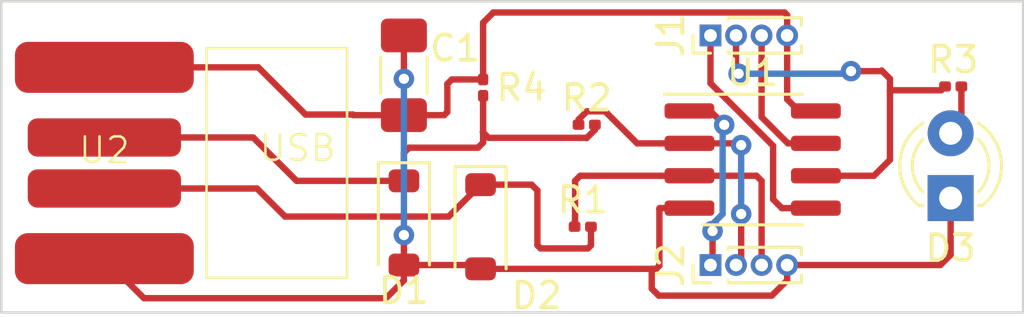
<source format=kicad_pcb>
(kicad_pcb (version 20221018) (generator pcbnew)
  (layers (0 "F.Cu" signal) (31 "B.Cu" signal) (34 "B.Paste" user) (35 "F.Paste" user) (36 "B.SilkS" user "B.Silkscreen") (37 "F.SilkS" user "F.Silkscreen") (38 "B.Mask" user) (39 "F.Mask" user) (44 "Edge.Cuts" user))
  (net 0 "")
  (net 1 "+5V")
  (net 2 "GND")
  (net 3 "Net-(D1-K)")
  (net 4 "Net-(D2-K)")
  (net 5 "Net-(D3-A)")
  (net 6 "Net-(J1-Pin_1)")
  (net 7 "Net-(J1-Pin_2)")
  (net 8 "Net-(J1-Pin_3)")
  (net 9 "Net-(J2-Pin_1)")
  (net 10 "Net-(J2-Pin_2)")
  (net 11 "Net-(J2-Pin_3)")
  (footprint "LED_THT:LED_D3.0mm" (layer "F.Cu") (at 159.4 81.375 90)
    (fp_text reference "D3" (at -1.96 0 180) (layer "F.SilkS"))
    (fp_text value "LED" hide)
    (fp_line (start -0.29 -1.236) (end -0.29 -1.08) (stroke (width 0.12)) (layer "F.SilkS"))
    (fp_line (start -0.29 1.08) (end -0.29 1.236) (stroke (width 0.12)) (layer "F.SilkS"))
    (fp_arc (start -0.29 -1.235516) (mid 1.366487 -1.987659) (end 2.942335 -1.078608) (stroke (width 0.12)) (layer "F.SilkS"))
    (fp_arc (start 0.229039 -1.08) (mid 1.270117 -1.5) (end 2.31113 -1.079837) (stroke (width 0.12)) (layer "F.SilkS"))
    (fp_arc (start 2.31113 1.079837) (mid 1.270117 1.5) (end 0.229039 1.08) (stroke (width 0.12)) (layer "F.SilkS"))
    (fp_arc (start 2.942335 1.078608) (mid 1.366487 1.987659) (end -0.29 1.235516) (stroke (width 0.12)) (layer "F.SilkS"))
    (pad "1" thru_hole rect (at 0 0 90) (size 1.8 1.8) (drill 0.9) (layers "*.Cu" "*.Mask") (net 2 "GND"))
    (pad "2" thru_hole circle (at 2.54 0 90) (size 1.8 1.8) (drill 0.9) (layers "*.Cu" "*.Mask") (net 5 "Net-(D3-A)"))
  )
  (footprint "Resistor_SMD:R_0201_0603Metric" (layer "F.Cu") (at 141.1 77.045 -90)
    (fp_text reference "R4" (at 0 -1.5) (layer "F.SilkS"))
    (fp_text value "1k5" hide)
    (pad "1" smd roundrect (at -0.32 0 270) (size 0.46 0.4) (layers "F.Cu" "F.Mask") (net 1 "+5V"))
    (pad "2" smd roundrect (at 0.32 0 270) (size 0.46 0.4) (layers "F.Cu" "F.Mask") (net 3 "Net-(D1-K)"))
  )
  (footprint "Package_SO:SOIC-8_3.9x4.9mm_P1.27mm" (layer "F.Cu") (at 151.65 79.865)
    (fp_text reference "U1" (at 0 -3.4) (layer "F.SilkS"))
    (fp_text value "ATtiny85-20S" hide)
    (fp_line (start 0 -2.56) (end -3.45 -2.56) (stroke (width 0.12)) (layer "F.SilkS"))
    (fp_line (start 0 -2.56) (end 1.95 -2.56) (stroke (width 0.12)) (layer "F.SilkS"))
    (fp_line (start 0 2.56) (end -1.95 2.56) (stroke (width 0.12)) (layer "F.SilkS"))
    (fp_line (start 0 2.56) (end 1.95 2.56) (stroke (width 0.12)) (layer "F.SilkS"))
    (pad "1" smd roundrect (at -2.475 -1.905) (size 1.95 0.6) (layers "F.Cu" "F.Paste" "F.Mask") (net 9 "Net-(J2-Pin_1)"))
    (pad "2" smd roundrect (at -2.475 -0.635) (size 1.95 0.6) (layers "F.Cu" "F.Paste" "F.Mask") (net 10 "Net-(J2-Pin_2)"))
    (pad "3" smd roundrect (at -2.475 0.635) (size 1.95 0.6) (layers "F.Cu" "F.Paste" "F.Mask") (net 11 "Net-(J2-Pin_3)"))
    (pad "4" smd roundrect (at -2.475 1.905) (size 1.95 0.6) (layers "F.Cu" "F.Paste" "F.Mask") (net 2 "GND"))
    (pad "5" smd roundrect (at 2.475 1.905) (size 1.95 0.6) (layers "F.Cu" "F.Paste" "F.Mask") (net 6 "Net-(J1-Pin_1)"))
    (pad "6" smd roundrect (at 2.475 0.635) (size 1.95 0.6) (layers "F.Cu" "F.Paste" "F.Mask") (net 7 "Net-(J1-Pin_2)"))
    (pad "7" smd roundrect (at 2.475 -0.635) (size 1.95 0.6) (layers "F.Cu" "F.Paste" "F.Mask") (net 8 "Net-(J1-Pin_3)"))
    (pad "8" smd roundrect (at 2.475 -1.905) (size 1.95 0.6) (layers "F.Cu" "F.Paste" "F.Mask") (net 1 "+5V"))
  )
  (footprint "Resistor_SMD:R_0201_0603Metric" (layer "F.Cu") (at 159.5 77)
    (fp_text reference "R3" (at 0 -1.05) (layer "F.SilkS"))
    (fp_text value "330R" hide)
    (pad "1" smd roundrect (at -0.32 0) (size 0.46 0.4) (layers "F.Cu" "F.Mask") (net 7 "Net-(J1-Pin_2)"))
    (pad "2" smd roundrect (at 0.32 0) (size 0.46 0.4) (layers "F.Cu" "F.Mask") (net 5 "Net-(D3-A)"))
  )
  (footprint "Connector_PinHeader_1.00mm:PinHeader_1x04_P1.00mm_Vertical" (layer "F.Cu") (at 150 75 90)
    (fp_text reference "J1" (at 0 -1.56 90) (layer "F.SilkS"))
    (fp_text value "Conn_01x04" hide)
    (fp_line (start -0.695 -0.685) (end 0 -0.685) (stroke (width 0.12)) (layer "F.SilkS"))
    (fp_line (start -0.695 0) (end -0.695 -0.685) (stroke (width 0.12)) (layer "F.SilkS"))
    (fp_line (start -0.695 0.685) (end -0.695 3.56) (stroke (width 0.12)) (layer "F.SilkS"))
    (fp_line (start -0.695 0.685) (end -0.608276 0.685) (stroke (width 0.12)) (layer "F.SilkS"))
    (fp_line (start -0.695 3.56) (end -0.394493 3.56) (stroke (width 0.12)) (layer "F.SilkS"))
    (fp_line (start 0.394493 3.56) (end 0.695 3.56) (stroke (width 0.12)) (layer "F.SilkS"))
    (fp_line (start 0.608276 0.685) (end 0.695 0.685) (stroke (width 0.12)) (layer "F.SilkS"))
    (fp_line (start 0.695 0.685) (end 0.695 3.56) (stroke (width 0.12)) (layer "F.SilkS"))
    (pad "1" thru_hole rect (at 0 0 90) (size 0.85 0.85) (drill 0.5) (layers "*.Cu" "*.Mask") (net 6 "Net-(J1-Pin_1)"))
    (pad "2" thru_hole oval (at 0 1 90) (size 0.85 0.85) (drill 0.5) (layers "*.Cu" "*.Mask") (net 7 "Net-(J1-Pin_2)"))
    (pad "3" thru_hole oval (at 0 2 90) (size 0.85 0.85) (drill 0.5) (layers "*.Cu" "*.Mask") (net 8 "Net-(J1-Pin_3)"))
    (pad "4" thru_hole oval (at 0 3 90) (size 0.85 0.85) (drill 0.5) (layers "*.Cu" "*.Mask") (net 1 "+5V"))
  )
  (footprint "Capacitor_SMD:C_1206_3216Metric_Pad1.33x1.80mm_HandSolder" (layer "F.Cu") (at 138 76.5625 90)
    (fp_text reference "C1" (at 1.0625 2 180) (layer "F.SilkS"))
    (fp_text value "100n" hide)
    (fp_line (start -0.711252 -0.91) (end 0.711252 -0.91) (stroke (width 0.12)) (layer "F.SilkS"))
    (fp_line (start -0.711252 0.91) (end 0.711252 0.91) (stroke (width 0.12)) (layer "F.SilkS"))
    (pad "1" smd roundrect (at -1.5625 0 90) (size 1.325 1.8) (layers "F.Cu" "F.Paste" "F.Mask") (roundrect_rratio 0.188679) (net 1 "+5V"))
    (pad "2" smd roundrect (at 1.5625 0 90) (size 1.325 1.8) (layers "F.Cu" "F.Paste" "F.Mask") (roundrect_rratio 0.188679) (net 2 "GND"))
  )
  (footprint "Resistor_SMD:R_0201_0603Metric" (layer "F.Cu") (at 145 82.5)
    (fp_text reference "R1" (at 0 -1.05) (layer "F.SilkS"))
    (fp_text value "68R" hide)
    (pad "1" smd roundrect (at -0.32 0) (size 0.46 0.4) (layers "F.Cu" "F.Mask") (net 11 "Net-(J2-Pin_3)"))
    (pad "2" smd roundrect (at 0.32 0) (size 0.46 0.4) (layers "F.Cu" "F.Mask") (net 4 "Net-(D2-K)"))
  )
  (footprint "Diode_SMD:D_SOD-123" (layer "F.Cu") (at 138 82.35 -90)
    (fp_text reference "D1" (at 2.65 0 -180) (layer "F.SilkS"))
    (fp_text value "3V6" hide)
    (fp_line (start -2.36 -1) (end -2.36 1) (stroke (width 0.12)) (layer "F.SilkS"))
    (fp_line (start -2.36 -1) (end 1.65 -1) (stroke (width 0.12)) (layer "F.SilkS"))
    (fp_line (start -2.36 1) (end 1.65 1) (stroke (width 0.12)) (layer "F.SilkS"))
    (pad "1" smd roundrect (at -1.65 0 270) (size 0.9 1.2) (layers "F.Cu" "F.Paste" "F.Mask") (net 3 "Net-(D1-K)"))
    (pad "2" smd roundrect (at 1.65 0 270) (size 0.9 1.2) (layers "F.Cu" "F.Paste" "F.Mask") (net 2 "GND"))
  )
  (footprint "Resistor_SMD:R_0201_0603Metric" (layer "F.Cu") (at 145.155 78.5)
    (fp_text reference "R2" (at 0 -1.05) (layer "F.SilkS"))
    (fp_text value "68R" hide)
    (pad "1" smd roundrect (at -0.32 0) (size 0.46 0.4) (layers "F.Cu" "F.Mask") (net 10 "Net-(J2-Pin_2)"))
    (pad "2" smd roundrect (at 0.32 0) (size 0.46 0.4) (layers "F.Cu" "F.Mask") (net 3 "Net-(D1-K)"))
  )
  (footprint "1_My_custom_Library:USB_connector" (layer "F.Cu") (at 126.275 80)
    (fp_text reference "U2" (at 0 -0.5 unlocked) (layer "F.SilkS") (effects (font (thickness 0.1))))
    (fp_text value "~" hide)
    (fp_text user "USB" (at 6 0 unlocked) (layer "F.SilkS") (effects (font (thickness 0.1)) (justify left bottom)))
    (fp_rect (start 4 -4.5) (end 9.5 4.5) (stroke (width 0.1)) (fill none) (layer "F.SilkS"))
    (pad "1" smd roundrect (at 0 -3.75) (size 7 2) (layers "F.Cu" "F.Paste" "F.Mask") (net 1 "+5V"))
    (pad "2" smd roundrect (at 0 -1) (size 6 1.5) (layers "F.Cu" "F.Paste" "F.Mask") (net 3 "Net-(D1-K)"))
    (pad "3" smd roundrect (at 0 1) (size 6 1.5) (layers "F.Cu" "F.Paste" "F.Mask") (net 4 "Net-(D2-K)"))
    (pad "4" smd roundrect (at 0 3.75) (size 7 2) (layers "F.Cu" "F.Paste" "F.Mask") (net 2 "GND"))
  )
  (footprint "Diode_SMD:D_SOD-123" (layer "F.Cu") (at 141 82.5 -90)
    (fp_text reference "D2" (at 2.7 -2.2 -180) (layer "F.SilkS"))
    (fp_text value "3V6" hide)
    (fp_line (start -2.36 -1) (end -2.36 1) (stroke (width 0.12)) (layer "F.SilkS"))
    (fp_line (start -2.36 -1) (end 1.65 -1) (stroke (width 0.12)) (layer "F.SilkS"))
    (fp_line (start -2.36 1) (end 1.65 1) (stroke (width 0.12)) (layer "F.SilkS"))
    (pad "1" smd roundrect (at -1.65 0 270) (size 0.9 1.2) (layers "F.Cu" "F.Paste" "F.Mask") (net 4 "Net-(D2-K)"))
    (pad "2" smd roundrect (at 1.65 0 270) (size 0.9 1.2) (layers "F.Cu" "F.Paste" "F.Mask") (net 2 "GND"))
  )
  (footprint "Connector_PinHeader_1.00mm:PinHeader_1x04_P1.00mm_Vertical" (layer "F.Cu") (at 150 84 90)
    (fp_text reference "J2" (at 0 -1.56 90) (layer "F.SilkS"))
    (fp_text value "Conn_01x04" hide)
    (fp_line (start -0.695 -0.685) (end 0 -0.685) (stroke (width 0.12)) (layer "F.SilkS"))
    (fp_line (start -0.695 0) (end -0.695 -0.685) (stroke (width 0.12)) (layer "F.SilkS"))
    (fp_line (start -0.695 0.685) (end -0.695 3.56) (stroke (width 0.12)) (layer "F.SilkS"))
    (fp_line (start -0.695 0.685) (end -0.608276 0.685) (stroke (width 0.12)) (layer "F.SilkS"))
    (fp_line (start -0.695 3.56) (end -0.394493 3.56) (stroke (width 0.12)) (layer "F.SilkS"))
    (fp_line (start 0.394493 3.56) (end 0.695 3.56) (stroke (width 0.12)) (layer "F.SilkS"))
    (fp_line (start 0.608276 0.685) (end 0.695 0.685) (stroke (width 0.12)) (layer "F.SilkS"))
    (fp_line (start 0.695 0.685) (end 0.695 3.56) (stroke (width 0.12)) (layer "F.SilkS"))
    (pad "1" thru_hole rect (at 0 0 90) (size 0.85 0.85) (drill 0.5) (layers "*.Cu" "*.Mask") (net 9 "Net-(J2-Pin_1)"))
    (pad "2" thru_hole oval (at 0 1 90) (size 0.85 0.85) (drill 0.5) (layers "*.Cu" "*.Mask") (net 10 "Net-(J2-Pin_2)"))
    (pad "3" thru_hole oval (at 0 2 90) (size 0.85 0.85) (drill 0.5) (layers "*.Cu" "*.Mask") (net 11 "Net-(J2-Pin_3)"))
    (pad "4" thru_hole oval (at 0 3 90) (size 0.85 0.85) (drill 0.5) (layers "*.Cu" "*.Mask") (net 2 "GND"))
  )
  (gr_rect (start 122.24 73.66) (end 162.24 85.86) (stroke (width 0.1)) (fill none) (layer "Edge.Cuts"))
  (segment (start 153 75) (end 153 77.5) (width 0.25) (layer "F.Cu") (net 1))
  (segment (start 153 74.2) (end 152.9 74.1) (width 0.25) (layer "F.Cu") (net 1))
  (segment (start 153 75) (end 153 74.2) (width 0.25) (layer "F.Cu") (net 1))
  (segment (start 126.275 76.25) (end 132.3 76.25) (width 0.25) (layer "F.Cu") (net 1))
  (segment (start 134.15 78.1) (end 136 78.1) (width 0.25) (layer "F.Cu") (net 1))
  (segment (start 139.7 76.9) (end 139.875 76.725) (width 0.25) (layer "F.Cu") (net 1))
  (segment (start 136 78.1) (end 136.025 78.125) (width 0.25) (layer "F.Cu") (net 1))
  (segment (start 153 77.5) (end 153.46 77.96) (width 0.25) (layer "F.Cu") (net 1))
  (segment (start 152.9 74.1) (end 141.5 74.1) (width 0.25) (layer "F.Cu") (net 1))
  (segment (start 136.025 78.125) (end 138 78.125) (width 0.25) (layer "F.Cu") (net 1))
  (segment (start 138 78.125) (end 139.575 78.125) (width 0.25) (layer "F.Cu") (net 1))
  (segment (start 139.575 78.125) (end 139.7 78) (width 0.25) (layer "F.Cu") (net 1))
  (segment (start 141.1 74.5) (end 141.1 76.725) (width 0.25) (layer "F.Cu") (net 1))
  (segment (start 139.875 76.725) (end 141.1 76.725) (width 0.25) (layer "F.Cu") (net 1))
  (segment (start 153.46 77.96) (end 154.125 77.96) (width 0.25) (layer "F.Cu") (net 1))
  (segment (start 132.3 76.25) (end 134.15 78.1) (width 0.25) (layer "F.Cu") (net 1))
  (segment (start 139.7 78) (end 139.7 76.9) (width 0.25) (layer "F.Cu") (net 1))
  (segment (start 141.5 74.1) (end 141.1 74.5) (width 0.25) (layer "F.Cu") (net 1))
  (segment (start 148 84.025) (end 148 81.8) (width 0.25) (layer "F.Cu") (net 2))
  (segment (start 140.85 84) (end 141 84.15) (width 0.25) (layer "F.Cu") (net 2))
  (segment (start 138 84.6) (end 138 84) (width 0.25) (layer "F.Cu") (net 2))
  (segment (start 159.4 83.6) (end 159.4 81.375) (width 0.25) (layer "F.Cu") (net 2))
  (segment (start 138 82.825) (end 138 84) (width 0.25) (layer "F.Cu") (net 2))
  (segment (start 147.875 84.15) (end 148 84.025) (width 0.25) (layer "F.Cu") (net 2))
  (segment (start 126.275 83.75) (end 127.825 85.3) (width 0.25) (layer "F.Cu") (net 2))
  (segment (start 138 75) (end 138 76.7) (width 0.25) (layer "F.Cu") (net 2))
  (segment (start 127.825 85.3) (end 137.3 85.3) (width 0.25) (layer "F.Cu") (net 2))
  (segment (start 137.3 85.3) (end 138 84.6) (width 0.25) (layer "F.Cu") (net 2))
  (segment (start 152.40104 85.2) (end 147.975 85.2) (width 0.25) (layer "F.Cu") (net 2))
  (segment (start 138 84) (end 140.85 84) (width 0.25) (layer "F.Cu") (net 2))
  (segment (start 153 84) (end 153 84.60104) (width 0.25) (layer "F.Cu") (net 2))
  (segment (start 153 84.60104) (end 152.40104 85.2) (width 0.25) (layer "F.Cu") (net 2))
  (segment (start 148.03 81.77) (end 148 81.8) (width 0.25) (layer "F.Cu") (net 2))
  (segment (start 141 84.15) (end 147.15 84.15) (width 0.25) (layer "F.Cu") (net 2))
  (segment (start 147.7 84.15) (end 147.875 84.15) (width 0.25) (layer "F.Cu") (net 2))
  (segment (start 153 84) (end 159 84) (width 0.25) (layer "F.Cu") (net 2))
  (segment (start 147.975 85.2) (end 147.7 84.925) (width 0.25) (layer "F.Cu") (net 2))
  (segment (start 147.7 84.925) (end 147.7 84.15) (width 0.25) (layer "F.Cu") (net 2))
  (segment (start 149.175 81.77) (end 148.03 81.77) (width 0.25) (layer "F.Cu") (net 2))
  (segment (start 147.15 84.15) (end 147.7 84.15) (width 0.25) (layer "F.Cu") (net 2))
  (segment (start 148 81.8) (end 148 81.77) (width 0.25) (layer "F.Cu") (net 2))
  (segment (start 159 84) (end 159.4 83.6) (width 0.25) (layer "F.Cu") (net 2))
  (via (at 138 76.7) (size 0.8) (drill 0.4) (layers "F.Cu" "B.Cu") (net 2))
  (via (at 138 82.825) (size 0.8) (drill 0.4) (layers "F.Cu" "B.Cu") (net 2))
  (segment (start 138 76.7) (end 138 82.825) (width 0.25) (layer "B.Cu") (net 2))
  (segment (start 140.9 79.4) (end 141.1 79.2) (width 0.25) (layer "F.Cu") (net 3))
  (segment (start 145.137499 79.0125) (end 141.3125 79.0125) (width 0.25) (layer "F.Cu") (net 3))
  (segment (start 138.2 79.4) (end 140.9 79.4) (width 0.25) (layer "F.Cu") (net 3))
  (segment (start 138 79.6) (end 138.2 79.4) (width 0.25) (layer "F.Cu") (net 3))
  (segment (start 126.275 79) (end 132.1 79) (width 0.25) (layer "F.Cu") (net 3))
  (segment (start 145.475 78.699999) (end 145.149999 79.025) (width 0.25) (layer "F.Cu") (net 3))
  (segment (start 132.1 79) (end 133.8 80.7) (width 0.25) (layer "F.Cu") (net 3))
  (segment (start 145.475 78.5) (end 145.475 78.699999) (width 0.25) (layer "F.Cu") (net 3))
  (segment (start 141.1 79.2) (end 141.1 78.8) (width 0.25) (layer "F.Cu") (net 3))
  (segment (start 141.3125 79.0125) (end 141.0875 78.7875) (width 0.25) (layer "F.Cu") (net 3))
  (segment (start 141.1 78.8) (end 141.1 77.365) (width 0.25) (layer "F.Cu") (net 3))
  (segment (start 138 80.7) (end 138 79.6) (width 0.25) (layer "F.Cu") (net 3))
  (segment (start 133.8 80.7) (end 138 80.7) (width 0.25) (layer "F.Cu") (net 3))
  (segment (start 143.225 83.225) (end 143.35 83.35) (width 0.25) (layer "F.Cu") (net 4))
  (segment (start 141 80.85) (end 143 80.85) (width 0.25) (layer "F.Cu") (net 4))
  (segment (start 145.32 83.23) (end 145.32 82.5) (width 0.25) (layer "F.Cu") (net 4))
  (segment (start 132.25 81) (end 133.35 82.1) (width 0.25) (layer "F.Cu") (net 4))
  (segment (start 143 80.85) (end 143.225 81.075) (width 0.25) (layer "F.Cu") (net 4))
  (segment (start 126.275 81) (end 132.25 81) (width 0.25) (layer "F.Cu") (net 4))
  (segment (start 139.75 82.1) (end 141 80.85) (width 0.25) (layer "F.Cu") (net 4))
  (segment (start 145.2 83.35) (end 145.32 83.23) (width 0.25) (layer "F.Cu") (net 4))
  (segment (start 143.35 83.35) (end 145.2 83.35) (width 0.25) (layer "F.Cu") (net 4))
  (segment (start 143.225 81.075) (end 143.225 83.225) (width 0.25) (layer "F.Cu") (net 4))
  (segment (start 133.35 82.1) (end 139.75 82.1) (width 0.25) (layer "F.Cu") (net 4))
  (segment (start 159.82 78.415) (end 159.82 77) (width 0.25) (layer "F.Cu") (net 5))
  (segment (start 159.4 78.835) (end 159.82 78.415) (width 0.25) (layer "F.Cu") (net 5))
  (segment (start 152.45 81.425) (end 152.795 81.77) (width 0.25) (layer "F.Cu") (net 6))
  (segment (start 152.45 79.325) (end 152.45 81.425) (width 0.25) (layer "F.Cu") (net 6))
  (segment (start 150 75) (end 150 76.875) (width 0.25) (layer "F.Cu") (net 6))
  (segment (start 152.795 81.77) (end 154.125 81.77) (width 0.25) (layer "F.Cu") (net 6))
  (segment (start 150 76.875) (end 152.45 79.325) (width 0.25) (layer "F.Cu") (net 6))
  (segment (start 154.125 80.5) (end 156.4 80.5) (width 0.25) (layer "F.Cu") (net 7))
  (segment (start 151 75) (end 151 76.4) (width 0.25) (layer "F.Cu") (net 7))
  (segment (start 156.675 76.4) (end 156.7 76.375) (width 0.25) (layer "F.Cu") (net 7))
  (segment (start 156.4 80.5) (end 157.025 79.875) (width 0.25) (layer "F.Cu") (net 7))
  (segment (start 157.025 77.15) (end 159.03 77.15) (width 0.25) (layer "F.Cu") (net 7))
  (segment (start 156.7 76.375) (end 157.025 76.7) (width 0.25) (layer "F.Cu") (net 7))
  (segment (start 157.025 79.875) (end 157.025 77.375) (width 0.25) (layer "F.Cu") (net 7))
  (segment (start 159.03 77.15) (end 159.18 77) (width 0.25) (layer "F.Cu") (net 7))
  (segment (start 155.5 76.4) (end 156.675 76.4) (width 0.25) (layer "F.Cu") (net 7))
  (segment (start 157.025 76.7) (end 157.025 77.375) (width 0.25) (layer "F.Cu") (net 7))
  (segment (start 151 76.4) (end 151.1 76.5) (width 0.25) (layer "F.Cu") (net 7))
  (via (at 155.5 76.4) (size 0.8) (drill 0.4) (layers "F.Cu" "B.Cu") (net 7))
  (via (at 151.1 76.5) (size 0.8) (drill 0.4) (layers "F.Cu" "B.Cu") (net 7))
  (segment (start 151.1 76.5) (end 155.4 76.5) (width 0.25) (layer "B.Cu") (net 7))
  (segment (start 155.4 76.5) (end 155.5 76.4) (width 0.25) (layer "B.Cu") (net 7))
  (segment (start 152 75) (end 152 78.2) (width 0.25) (layer "F.Cu") (net 8))
  (segment (start 153.03 79.23) (end 154.125 79.23) (width 0.25) (layer "F.Cu") (net 8))
  (segment (start 152 78.2) (end 153.03 79.23) (width 0.25) (layer "F.Cu") (net 8))
  (segment (start 150.536706 78.505) (end 149.991706 77.96) (width 0.25) (layer "F.Cu") (net 9))
  (segment (start 150.080733 82.666363) (end 150.080733 83.919267) (width 0.25) (layer "F.Cu") (net 9))
  (segment (start 149.991706 77.96) (end 149.175 77.96) (width 0.25) (layer "F.Cu") (net 9))
  (segment (start 150.080733 83.919267) (end 150 84) (width 0.25) (layer "F.Cu") (net 9))
  (segment (start 149.9 83.9) (end 150 84) (width 0.25) (layer "F.Cu") (net 9))
  (via (at 150.536706 78.505) (size 0.8) (drill 0.4) (layers "F.Cu" "B.Cu") (net 9))
  (via (at 150.080733 82.666363) (size 0.8) (drill 0.4) (layers "F.Cu" "B.Cu") (net 9))
  (segment (start 150.536706 78.505) (end 150.475 78.566706) (width 0.25) (layer "B.Cu") (net 9))
  (segment (start 150.475 82) (end 150.080733 82.394267) (width 0.25) (layer "B.Cu") (net 9))
  (segment (start 150.080733 82.394267) (end 150.080733 82.666363) (width 0.25) (layer "B.Cu") (net 9))
  (segment (start 150.475 78.566706) (end 150.475 82) (width 0.25) (layer "B.Cu") (net 9))
  (segment (start 148 79.23) (end 151.13 79.23) (width 0.25) (layer "F.Cu") (net 10))
  (segment (start 145.160001 77.975) (end 145.875 77.975) (width 0.25) (layer "F.Cu") (net 10))
  (segment (start 144.835 78.300001) (end 145.160001 77.975) (width 0.25) (layer "F.Cu") (net 10))
  (segment (start 151.2 82) (end 151.2 83.8) (width 0.25) (layer "F.Cu") (net 10))
  (segment (start 145.875 77.975) (end 147.13 79.23) (width 0.25) (layer "F.Cu") (net 10))
  (segment (start 151.2 83.8) (end 151 84) (width 0.25) (layer "F.Cu") (net 10))
  (segment (start 147.13 79.23) (end 148 79.23) (width 0.25) (layer "F.Cu") (net 10))
  (segment (start 151.13 79.23) (end 151.2 79.3) (width 0.25) (layer "F.Cu") (net 10))
  (segment (start 144.835 78.5) (end 144.835 78.300001) (width 0.25) (layer "F.Cu") (net 10))
  (via (at 151.2 82) (size 0.8) (drill 0.4) (layers "F.Cu" "B.Cu") (net 10))
  (via (at 151.2 79.3) (size 0.8) (drill 0.4) (layers "F.Cu" "B.Cu") (net 10))
  (segment (start 151.2 79.3) (end 151.2 82) (width 0.25) (layer "B.Cu") (net 10))
  (segment (start 144.68 82.5) (end 144.68 82.300001) (width 0.25) (layer "F.Cu") (net 11))
  (segment (start 152 80.7) (end 152 84) (width 0.25) (layer "F.Cu") (net 11))
  (segment (start 144.7 82.280001) (end 144.7 80.7) (width 0.25) (layer "F.Cu") (net 11))
  (segment (start 144.9 80.5) (end 148 80.5) (width 0.25) (layer "F.Cu") (net 11))
  (segment (start 148 80.5) (end 151.8 80.5) (width 0.25) (layer "F.Cu") (net 11))
  (segment (start 144.7 80.7) (end 144.9 80.5) (width 0.25) (layer "F.Cu") (net 11))
  (segment (start 151.8 80.5) (end 152 80.7) (width 0.25) (layer "F.Cu") (net 11))
  (segment (start 144.68 82.300001) (end 144.7 82.280001) (width 0.25) (layer "F.Cu") (net 11))
)
</source>
